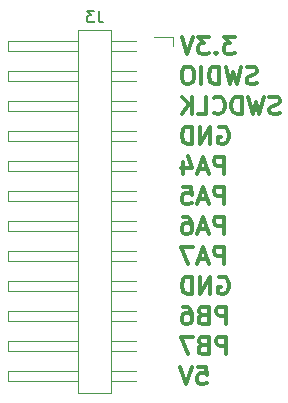
<source format=gbo>
G04 #@! TF.GenerationSoftware,KiCad,Pcbnew,5.0.2+dfsg1-1*
G04 #@! TF.CreationDate,2020-12-03T00:06:01+01:00*
G04 #@! TF.ProjectId,right,72696768-742e-46b6-9963-61645f706362,rev?*
G04 #@! TF.SameCoordinates,Original*
G04 #@! TF.FileFunction,Legend,Bot*
G04 #@! TF.FilePolarity,Positive*
%FSLAX46Y46*%
G04 Gerber Fmt 4.6, Leading zero omitted, Abs format (unit mm)*
G04 Created by KiCad (PCBNEW 5.0.2+dfsg1-1) date jeu. 03 déc. 2020 00:06:01 CET*
%MOMM*%
%LPD*%
G01*
G04 APERTURE LIST*
%ADD10C,0.300000*%
%ADD11C,0.120000*%
%ADD12C,0.150000*%
%ADD13C,2.302000*%
%ADD14C,4.102000*%
%ADD15C,2.002000*%
%ADD16C,1.802000*%
%ADD17O,1.702000X2.102000*%
%ADD18C,0.902000*%
%ADD19R,2.602000X1.102000*%
%ADD20O,1.102000X1.702000*%
%ADD21C,0.752000*%
%ADD22O,1.102000X2.202000*%
G04 APERTURE END LIST*
D10*
X86927857Y-107890571D02*
X87642142Y-107890571D01*
X87713571Y-108604857D01*
X87642142Y-108533428D01*
X87499285Y-108462000D01*
X87142142Y-108462000D01*
X86999285Y-108533428D01*
X86927857Y-108604857D01*
X86856428Y-108747714D01*
X86856428Y-109104857D01*
X86927857Y-109247714D01*
X86999285Y-109319142D01*
X87142142Y-109390571D01*
X87499285Y-109390571D01*
X87642142Y-109319142D01*
X87713571Y-109247714D01*
X86427857Y-107890571D02*
X85927857Y-109390571D01*
X85427857Y-107890571D01*
X89356428Y-106850571D02*
X89356428Y-105350571D01*
X88785000Y-105350571D01*
X88642142Y-105422000D01*
X88570714Y-105493428D01*
X88499285Y-105636285D01*
X88499285Y-105850571D01*
X88570714Y-105993428D01*
X88642142Y-106064857D01*
X88785000Y-106136285D01*
X89356428Y-106136285D01*
X87356428Y-106064857D02*
X87142142Y-106136285D01*
X87070714Y-106207714D01*
X86999285Y-106350571D01*
X86999285Y-106564857D01*
X87070714Y-106707714D01*
X87142142Y-106779142D01*
X87285000Y-106850571D01*
X87856428Y-106850571D01*
X87856428Y-105350571D01*
X87356428Y-105350571D01*
X87213571Y-105422000D01*
X87142142Y-105493428D01*
X87070714Y-105636285D01*
X87070714Y-105779142D01*
X87142142Y-105922000D01*
X87213571Y-105993428D01*
X87356428Y-106064857D01*
X87856428Y-106064857D01*
X86499285Y-105350571D02*
X85499285Y-105350571D01*
X86142142Y-106850571D01*
X89356428Y-104310571D02*
X89356428Y-102810571D01*
X88785000Y-102810571D01*
X88642142Y-102882000D01*
X88570714Y-102953428D01*
X88499285Y-103096285D01*
X88499285Y-103310571D01*
X88570714Y-103453428D01*
X88642142Y-103524857D01*
X88785000Y-103596285D01*
X89356428Y-103596285D01*
X87356428Y-103524857D02*
X87142142Y-103596285D01*
X87070714Y-103667714D01*
X86999285Y-103810571D01*
X86999285Y-104024857D01*
X87070714Y-104167714D01*
X87142142Y-104239142D01*
X87285000Y-104310571D01*
X87856428Y-104310571D01*
X87856428Y-102810571D01*
X87356428Y-102810571D01*
X87213571Y-102882000D01*
X87142142Y-102953428D01*
X87070714Y-103096285D01*
X87070714Y-103239142D01*
X87142142Y-103382000D01*
X87213571Y-103453428D01*
X87356428Y-103524857D01*
X87856428Y-103524857D01*
X85713571Y-102810571D02*
X85999285Y-102810571D01*
X86142142Y-102882000D01*
X86213571Y-102953428D01*
X86356428Y-103167714D01*
X86427857Y-103453428D01*
X86427857Y-104024857D01*
X86356428Y-104167714D01*
X86285000Y-104239142D01*
X86142142Y-104310571D01*
X85856428Y-104310571D01*
X85713571Y-104239142D01*
X85642142Y-104167714D01*
X85570714Y-104024857D01*
X85570714Y-103667714D01*
X85642142Y-103524857D01*
X85713571Y-103453428D01*
X85856428Y-103382000D01*
X86142142Y-103382000D01*
X86285000Y-103453428D01*
X86356428Y-103524857D01*
X86427857Y-103667714D01*
X88713571Y-100342000D02*
X88856428Y-100270571D01*
X89070714Y-100270571D01*
X89285000Y-100342000D01*
X89427857Y-100484857D01*
X89499285Y-100627714D01*
X89570714Y-100913428D01*
X89570714Y-101127714D01*
X89499285Y-101413428D01*
X89427857Y-101556285D01*
X89285000Y-101699142D01*
X89070714Y-101770571D01*
X88927857Y-101770571D01*
X88713571Y-101699142D01*
X88642142Y-101627714D01*
X88642142Y-101127714D01*
X88927857Y-101127714D01*
X87999285Y-101770571D02*
X87999285Y-100270571D01*
X87142142Y-101770571D01*
X87142142Y-100270571D01*
X86427857Y-101770571D02*
X86427857Y-100270571D01*
X86070714Y-100270571D01*
X85856428Y-100342000D01*
X85713571Y-100484857D01*
X85642142Y-100627714D01*
X85570714Y-100913428D01*
X85570714Y-101127714D01*
X85642142Y-101413428D01*
X85713571Y-101556285D01*
X85856428Y-101699142D01*
X86070714Y-101770571D01*
X86427857Y-101770571D01*
X89142142Y-99230571D02*
X89142142Y-97730571D01*
X88570714Y-97730571D01*
X88427857Y-97802000D01*
X88356428Y-97873428D01*
X88285000Y-98016285D01*
X88285000Y-98230571D01*
X88356428Y-98373428D01*
X88427857Y-98444857D01*
X88570714Y-98516285D01*
X89142142Y-98516285D01*
X87713571Y-98802000D02*
X86999285Y-98802000D01*
X87856428Y-99230571D02*
X87356428Y-97730571D01*
X86856428Y-99230571D01*
X86499285Y-97730571D02*
X85499285Y-97730571D01*
X86142142Y-99230571D01*
X89142142Y-96690571D02*
X89142142Y-95190571D01*
X88570714Y-95190571D01*
X88427857Y-95262000D01*
X88356428Y-95333428D01*
X88285000Y-95476285D01*
X88285000Y-95690571D01*
X88356428Y-95833428D01*
X88427857Y-95904857D01*
X88570714Y-95976285D01*
X89142142Y-95976285D01*
X87713571Y-96262000D02*
X86999285Y-96262000D01*
X87856428Y-96690571D02*
X87356428Y-95190571D01*
X86856428Y-96690571D01*
X85713571Y-95190571D02*
X85999285Y-95190571D01*
X86142142Y-95262000D01*
X86213571Y-95333428D01*
X86356428Y-95547714D01*
X86427857Y-95833428D01*
X86427857Y-96404857D01*
X86356428Y-96547714D01*
X86285000Y-96619142D01*
X86142142Y-96690571D01*
X85856428Y-96690571D01*
X85713571Y-96619142D01*
X85642142Y-96547714D01*
X85570714Y-96404857D01*
X85570714Y-96047714D01*
X85642142Y-95904857D01*
X85713571Y-95833428D01*
X85856428Y-95762000D01*
X86142142Y-95762000D01*
X86285000Y-95833428D01*
X86356428Y-95904857D01*
X86427857Y-96047714D01*
X89142142Y-94150571D02*
X89142142Y-92650571D01*
X88570714Y-92650571D01*
X88427857Y-92722000D01*
X88356428Y-92793428D01*
X88285000Y-92936285D01*
X88285000Y-93150571D01*
X88356428Y-93293428D01*
X88427857Y-93364857D01*
X88570714Y-93436285D01*
X89142142Y-93436285D01*
X87713571Y-93722000D02*
X86999285Y-93722000D01*
X87856428Y-94150571D02*
X87356428Y-92650571D01*
X86856428Y-94150571D01*
X85642142Y-92650571D02*
X86356428Y-92650571D01*
X86427857Y-93364857D01*
X86356428Y-93293428D01*
X86213571Y-93222000D01*
X85856428Y-93222000D01*
X85713571Y-93293428D01*
X85642142Y-93364857D01*
X85570714Y-93507714D01*
X85570714Y-93864857D01*
X85642142Y-94007714D01*
X85713571Y-94079142D01*
X85856428Y-94150571D01*
X86213571Y-94150571D01*
X86356428Y-94079142D01*
X86427857Y-94007714D01*
X89142142Y-91610571D02*
X89142142Y-90110571D01*
X88570714Y-90110571D01*
X88427857Y-90182000D01*
X88356428Y-90253428D01*
X88285000Y-90396285D01*
X88285000Y-90610571D01*
X88356428Y-90753428D01*
X88427857Y-90824857D01*
X88570714Y-90896285D01*
X89142142Y-90896285D01*
X87713571Y-91182000D02*
X86999285Y-91182000D01*
X87856428Y-91610571D02*
X87356428Y-90110571D01*
X86856428Y-91610571D01*
X85713571Y-90610571D02*
X85713571Y-91610571D01*
X86070714Y-90039142D02*
X86427857Y-91110571D01*
X85499285Y-91110571D01*
X88713571Y-87642000D02*
X88856428Y-87570571D01*
X89070714Y-87570571D01*
X89285000Y-87642000D01*
X89427857Y-87784857D01*
X89499285Y-87927714D01*
X89570714Y-88213428D01*
X89570714Y-88427714D01*
X89499285Y-88713428D01*
X89427857Y-88856285D01*
X89285000Y-88999142D01*
X89070714Y-89070571D01*
X88927857Y-89070571D01*
X88713571Y-88999142D01*
X88642142Y-88927714D01*
X88642142Y-88427714D01*
X88927857Y-88427714D01*
X87999285Y-89070571D02*
X87999285Y-87570571D01*
X87142142Y-89070571D01*
X87142142Y-87570571D01*
X86427857Y-89070571D02*
X86427857Y-87570571D01*
X86070714Y-87570571D01*
X85856428Y-87642000D01*
X85713571Y-87784857D01*
X85642142Y-87927714D01*
X85570714Y-88213428D01*
X85570714Y-88427714D01*
X85642142Y-88713428D01*
X85713571Y-88856285D01*
X85856428Y-88999142D01*
X86070714Y-89070571D01*
X86427857Y-89070571D01*
X93856428Y-86459142D02*
X93642142Y-86530571D01*
X93285000Y-86530571D01*
X93142142Y-86459142D01*
X93070714Y-86387714D01*
X92999285Y-86244857D01*
X92999285Y-86102000D01*
X93070714Y-85959142D01*
X93142142Y-85887714D01*
X93285000Y-85816285D01*
X93570714Y-85744857D01*
X93713571Y-85673428D01*
X93785000Y-85602000D01*
X93856428Y-85459142D01*
X93856428Y-85316285D01*
X93785000Y-85173428D01*
X93713571Y-85102000D01*
X93570714Y-85030571D01*
X93213571Y-85030571D01*
X92999285Y-85102000D01*
X92499285Y-85030571D02*
X92142142Y-86530571D01*
X91856428Y-85459142D01*
X91570714Y-86530571D01*
X91213571Y-85030571D01*
X90642142Y-86530571D02*
X90642142Y-85030571D01*
X90285000Y-85030571D01*
X90070714Y-85102000D01*
X89927857Y-85244857D01*
X89856428Y-85387714D01*
X89785000Y-85673428D01*
X89785000Y-85887714D01*
X89856428Y-86173428D01*
X89927857Y-86316285D01*
X90070714Y-86459142D01*
X90285000Y-86530571D01*
X90642142Y-86530571D01*
X88285000Y-86387714D02*
X88356428Y-86459142D01*
X88570714Y-86530571D01*
X88713571Y-86530571D01*
X88927857Y-86459142D01*
X89070714Y-86316285D01*
X89142142Y-86173428D01*
X89213571Y-85887714D01*
X89213571Y-85673428D01*
X89142142Y-85387714D01*
X89070714Y-85244857D01*
X88927857Y-85102000D01*
X88713571Y-85030571D01*
X88570714Y-85030571D01*
X88356428Y-85102000D01*
X88285000Y-85173428D01*
X86927857Y-86530571D02*
X87642142Y-86530571D01*
X87642142Y-85030571D01*
X86427857Y-86530571D02*
X86427857Y-85030571D01*
X85570714Y-86530571D02*
X86213571Y-85673428D01*
X85570714Y-85030571D02*
X86427857Y-85887714D01*
X91927857Y-83919142D02*
X91713571Y-83990571D01*
X91356428Y-83990571D01*
X91213571Y-83919142D01*
X91142142Y-83847714D01*
X91070714Y-83704857D01*
X91070714Y-83562000D01*
X91142142Y-83419142D01*
X91213571Y-83347714D01*
X91356428Y-83276285D01*
X91642142Y-83204857D01*
X91785000Y-83133428D01*
X91856428Y-83062000D01*
X91927857Y-82919142D01*
X91927857Y-82776285D01*
X91856428Y-82633428D01*
X91785000Y-82562000D01*
X91642142Y-82490571D01*
X91285000Y-82490571D01*
X91070714Y-82562000D01*
X90570714Y-82490571D02*
X90213571Y-83990571D01*
X89927857Y-82919142D01*
X89642142Y-83990571D01*
X89285000Y-82490571D01*
X88713571Y-83990571D02*
X88713571Y-82490571D01*
X88356428Y-82490571D01*
X88142142Y-82562000D01*
X87999285Y-82704857D01*
X87927857Y-82847714D01*
X87856428Y-83133428D01*
X87856428Y-83347714D01*
X87927857Y-83633428D01*
X87999285Y-83776285D01*
X88142142Y-83919142D01*
X88356428Y-83990571D01*
X88713571Y-83990571D01*
X87213571Y-83990571D02*
X87213571Y-82490571D01*
X86213571Y-82490571D02*
X85927857Y-82490571D01*
X85785000Y-82562000D01*
X85642142Y-82704857D01*
X85570714Y-82990571D01*
X85570714Y-83490571D01*
X85642142Y-83776285D01*
X85785000Y-83919142D01*
X85927857Y-83990571D01*
X86213571Y-83990571D01*
X86356428Y-83919142D01*
X86499285Y-83776285D01*
X86570714Y-83490571D01*
X86570714Y-82990571D01*
X86499285Y-82704857D01*
X86356428Y-82562000D01*
X86213571Y-82490571D01*
X90054857Y-79950571D02*
X89126285Y-79950571D01*
X89626285Y-80522000D01*
X89412000Y-80522000D01*
X89269142Y-80593428D01*
X89197714Y-80664857D01*
X89126285Y-80807714D01*
X89126285Y-81164857D01*
X89197714Y-81307714D01*
X89269142Y-81379142D01*
X89412000Y-81450571D01*
X89840571Y-81450571D01*
X89983428Y-81379142D01*
X90054857Y-81307714D01*
X88483428Y-81307714D02*
X88412000Y-81379142D01*
X88483428Y-81450571D01*
X88554857Y-81379142D01*
X88483428Y-81307714D01*
X88483428Y-81450571D01*
X87912000Y-79950571D02*
X86983428Y-79950571D01*
X87483428Y-80522000D01*
X87269142Y-80522000D01*
X87126285Y-80593428D01*
X87054857Y-80664857D01*
X86983428Y-80807714D01*
X86983428Y-81164857D01*
X87054857Y-81307714D01*
X87126285Y-81379142D01*
X87269142Y-81450571D01*
X87697714Y-81450571D01*
X87840571Y-81379142D01*
X87912000Y-81307714D01*
X86554857Y-79950571D02*
X86054857Y-81450571D01*
X85554857Y-79950571D01*
D11*
G04 #@! TO.C,J3*
X79569000Y-79382000D02*
X76829000Y-79382000D01*
X76829000Y-79382000D02*
X76829000Y-110102000D01*
X76829000Y-110102000D02*
X79569000Y-110102000D01*
X79569000Y-110102000D02*
X79569000Y-79382000D01*
X81679000Y-80332000D02*
X79569000Y-80332000D01*
X81679000Y-81212000D02*
X79569000Y-81212000D01*
X76829000Y-80332000D02*
X70829000Y-80332000D01*
X70829000Y-80332000D02*
X70829000Y-81212000D01*
X70829000Y-81212000D02*
X76829000Y-81212000D01*
X81679000Y-82872000D02*
X79569000Y-82872000D01*
X81679000Y-83752000D02*
X79569000Y-83752000D01*
X76829000Y-82872000D02*
X70829000Y-82872000D01*
X70829000Y-82872000D02*
X70829000Y-83752000D01*
X70829000Y-83752000D02*
X76829000Y-83752000D01*
X81679000Y-85412000D02*
X79569000Y-85412000D01*
X81679000Y-86292000D02*
X79569000Y-86292000D01*
X76829000Y-85412000D02*
X70829000Y-85412000D01*
X70829000Y-85412000D02*
X70829000Y-86292000D01*
X70829000Y-86292000D02*
X76829000Y-86292000D01*
X81679000Y-87952000D02*
X79569000Y-87952000D01*
X81679000Y-88832000D02*
X79569000Y-88832000D01*
X76829000Y-87952000D02*
X70829000Y-87952000D01*
X70829000Y-87952000D02*
X70829000Y-88832000D01*
X70829000Y-88832000D02*
X76829000Y-88832000D01*
X81679000Y-90492000D02*
X79569000Y-90492000D01*
X81679000Y-91372000D02*
X79569000Y-91372000D01*
X76829000Y-90492000D02*
X70829000Y-90492000D01*
X70829000Y-90492000D02*
X70829000Y-91372000D01*
X70829000Y-91372000D02*
X76829000Y-91372000D01*
X81679000Y-93032000D02*
X79569000Y-93032000D01*
X81679000Y-93912000D02*
X79569000Y-93912000D01*
X76829000Y-93032000D02*
X70829000Y-93032000D01*
X70829000Y-93032000D02*
X70829000Y-93912000D01*
X70829000Y-93912000D02*
X76829000Y-93912000D01*
X81679000Y-95572000D02*
X79569000Y-95572000D01*
X81679000Y-96452000D02*
X79569000Y-96452000D01*
X76829000Y-95572000D02*
X70829000Y-95572000D01*
X70829000Y-95572000D02*
X70829000Y-96452000D01*
X70829000Y-96452000D02*
X76829000Y-96452000D01*
X81679000Y-98112000D02*
X79569000Y-98112000D01*
X81679000Y-98992000D02*
X79569000Y-98992000D01*
X76829000Y-98112000D02*
X70829000Y-98112000D01*
X70829000Y-98112000D02*
X70829000Y-98992000D01*
X70829000Y-98992000D02*
X76829000Y-98992000D01*
X81679000Y-100652000D02*
X79569000Y-100652000D01*
X81679000Y-101532000D02*
X79569000Y-101532000D01*
X76829000Y-100652000D02*
X70829000Y-100652000D01*
X70829000Y-100652000D02*
X70829000Y-101532000D01*
X70829000Y-101532000D02*
X76829000Y-101532000D01*
X81679000Y-103192000D02*
X79569000Y-103192000D01*
X81679000Y-104072000D02*
X79569000Y-104072000D01*
X76829000Y-103192000D02*
X70829000Y-103192000D01*
X70829000Y-103192000D02*
X70829000Y-104072000D01*
X70829000Y-104072000D02*
X76829000Y-104072000D01*
X81679000Y-105732000D02*
X79569000Y-105732000D01*
X81679000Y-106612000D02*
X79569000Y-106612000D01*
X76829000Y-105732000D02*
X70829000Y-105732000D01*
X70829000Y-105732000D02*
X70829000Y-106612000D01*
X70829000Y-106612000D02*
X76829000Y-106612000D01*
X81679000Y-108272000D02*
X79569000Y-108272000D01*
X81679000Y-109152000D02*
X79569000Y-109152000D01*
X76829000Y-108272000D02*
X70829000Y-108272000D01*
X70829000Y-108272000D02*
X70829000Y-109152000D01*
X70829000Y-109152000D02*
X76829000Y-109152000D01*
X84819000Y-80772000D02*
X84819000Y-79952000D01*
X84819000Y-79952000D02*
X83249000Y-79952000D01*
D12*
X78537333Y-77754380D02*
X78537333Y-78468666D01*
X78584952Y-78611523D01*
X78680190Y-78706761D01*
X78823047Y-78754380D01*
X78918285Y-78754380D01*
X78156380Y-77754380D02*
X77537333Y-77754380D01*
X77870666Y-78135333D01*
X77727809Y-78135333D01*
X77632571Y-78182952D01*
X77584952Y-78230571D01*
X77537333Y-78325809D01*
X77537333Y-78563904D01*
X77584952Y-78659142D01*
X77632571Y-78706761D01*
X77727809Y-78754380D01*
X78013523Y-78754380D01*
X78108761Y-78706761D01*
X78156380Y-78659142D01*
G04 #@! TD*
%LPC*%
D13*
G04 #@! TO.C,SW12*
X117114000Y-70522000D03*
D14*
X112014000Y-74422000D03*
D15*
X106514000Y-74422000D03*
X117514000Y-74422000D03*
D13*
X112014000Y-68522000D03*
X114554000Y-69342000D03*
X108204000Y-71882000D03*
D16*
X117094000Y-74422000D03*
X106934000Y-74422000D03*
G04 #@! TD*
G04 #@! TO.C,SW15*
X94386733Y-138918685D03*
X103479267Y-134385315D03*
D13*
X94389958Y-136078880D03*
X98939448Y-130972391D03*
X96300433Y-131371887D03*
D15*
X103855139Y-134197912D03*
X94010861Y-139106088D03*
D14*
X98933000Y-136652000D03*
D13*
X101756994Y-130886147D03*
G04 #@! TD*
G04 #@! TO.C,SW3*
X212364000Y-80682000D03*
D14*
X207264000Y-84582000D03*
D15*
X201764000Y-84582000D03*
X212764000Y-84582000D03*
D13*
X207264000Y-78682000D03*
X209804000Y-79502000D03*
X203454000Y-82042000D03*
D16*
X212344000Y-84582000D03*
X202184000Y-84582000D03*
G04 #@! TD*
G04 #@! TO.C,SW4*
X202184000Y-103632000D03*
X212344000Y-103632000D03*
D13*
X203454000Y-101092000D03*
X209804000Y-98552000D03*
X207264000Y-97732000D03*
D15*
X212764000Y-103632000D03*
X201764000Y-103632000D03*
D14*
X207264000Y-103632000D03*
D13*
X212364000Y-99732000D03*
G04 #@! TD*
G04 #@! TO.C,SW5*
X212364000Y-118782000D03*
D14*
X207264000Y-122682000D03*
D15*
X201764000Y-122682000D03*
X212764000Y-122682000D03*
D13*
X207264000Y-116782000D03*
X209804000Y-117602000D03*
X203454000Y-120142000D03*
D16*
X212344000Y-122682000D03*
X202184000Y-122682000D03*
G04 #@! TD*
G04 #@! TO.C,SW7*
X164084000Y-71882000D03*
X174244000Y-71882000D03*
D13*
X165354000Y-69342000D03*
X171704000Y-66802000D03*
X169164000Y-65982000D03*
D15*
X174664000Y-71882000D03*
X163664000Y-71882000D03*
D14*
X169164000Y-71882000D03*
D13*
X174264000Y-67982000D03*
G04 #@! TD*
G04 #@! TO.C,SW13*
X117114000Y-89572000D03*
D14*
X112014000Y-93472000D03*
D15*
X106514000Y-93472000D03*
X117514000Y-93472000D03*
D13*
X112014000Y-87572000D03*
X114554000Y-88392000D03*
X108204000Y-90932000D03*
D16*
X117094000Y-93472000D03*
X106934000Y-93472000D03*
G04 #@! TD*
G04 #@! TO.C,SW8*
X164084000Y-90932000D03*
X174244000Y-90932000D03*
D13*
X165354000Y-88392000D03*
X171704000Y-85852000D03*
X169164000Y-85032000D03*
D15*
X174664000Y-90932000D03*
X163664000Y-90932000D03*
D14*
X169164000Y-90932000D03*
D13*
X174264000Y-87032000D03*
G04 #@! TD*
G04 #@! TO.C,SW9*
X174264000Y-106082000D03*
D14*
X169164000Y-109982000D03*
D15*
X163664000Y-109982000D03*
X174664000Y-109982000D03*
D13*
X169164000Y-104082000D03*
X171704000Y-104902000D03*
X165354000Y-107442000D03*
D16*
X174244000Y-109982000D03*
X164084000Y-109982000D03*
G04 #@! TD*
G04 #@! TO.C,SW10*
X154559000Y-129032000D03*
X164719000Y-129032000D03*
D13*
X155829000Y-126492000D03*
X162179000Y-123952000D03*
X159639000Y-123132000D03*
D15*
X165139000Y-129032000D03*
X154139000Y-129032000D03*
D14*
X159639000Y-129032000D03*
D13*
X164739000Y-125132000D03*
G04 #@! TD*
D16*
G04 #@! TO.C,SW14*
X106934000Y-112522000D03*
X117094000Y-112522000D03*
D13*
X108204000Y-109982000D03*
X114554000Y-107442000D03*
X112014000Y-106622000D03*
D15*
X117514000Y-112522000D03*
X106514000Y-112522000D03*
D14*
X112014000Y-112522000D03*
D13*
X117114000Y-108622000D03*
G04 #@! TD*
G04 #@! TO.C,SW17*
X193314000Y-78142000D03*
D14*
X188214000Y-82042000D03*
D15*
X182714000Y-82042000D03*
X193714000Y-82042000D03*
D13*
X188214000Y-76142000D03*
X190754000Y-76962000D03*
X184404000Y-79502000D03*
D16*
X193294000Y-82042000D03*
X183134000Y-82042000D03*
G04 #@! TD*
G04 #@! TO.C,SW18*
X183134000Y-101092000D03*
X193294000Y-101092000D03*
D13*
X184404000Y-98552000D03*
X190754000Y-96012000D03*
X188214000Y-95192000D03*
D15*
X193714000Y-101092000D03*
X182714000Y-101092000D03*
D14*
X188214000Y-101092000D03*
D13*
X193314000Y-97192000D03*
G04 #@! TD*
G04 #@! TO.C,SW19*
X193314000Y-116242000D03*
D14*
X188214000Y-120142000D03*
D15*
X182714000Y-120142000D03*
X193714000Y-120142000D03*
D13*
X188214000Y-114242000D03*
X190754000Y-115062000D03*
X184404000Y-117602000D03*
D16*
X193294000Y-120142000D03*
X183134000Y-120142000D03*
G04 #@! TD*
G04 #@! TO.C,SW21*
X145034000Y-69342000D03*
X155194000Y-69342000D03*
D13*
X146304000Y-66802000D03*
X152654000Y-64262000D03*
X150114000Y-63442000D03*
D15*
X155614000Y-69342000D03*
X144614000Y-69342000D03*
D14*
X150114000Y-69342000D03*
D13*
X155214000Y-65442000D03*
G04 #@! TD*
G04 #@! TO.C,SW22*
X155214000Y-84492000D03*
D14*
X150114000Y-88392000D03*
D15*
X144614000Y-88392000D03*
X155614000Y-88392000D03*
D13*
X150114000Y-82492000D03*
X152654000Y-83312000D03*
X146304000Y-85852000D03*
D16*
X155194000Y-88392000D03*
X145034000Y-88392000D03*
G04 #@! TD*
G04 #@! TO.C,SW23*
X145034000Y-107442000D03*
X155194000Y-107442000D03*
D13*
X146304000Y-104902000D03*
X152654000Y-102362000D03*
X150114000Y-101542000D03*
D15*
X155614000Y-107442000D03*
X144614000Y-107442000D03*
D14*
X150114000Y-107442000D03*
D13*
X155214000Y-103542000D03*
G04 #@! TD*
G04 #@! TO.C,SW31*
X136164000Y-67982000D03*
D14*
X131064000Y-71882000D03*
D15*
X125564000Y-71882000D03*
X136564000Y-71882000D03*
D13*
X131064000Y-65982000D03*
X133604000Y-66802000D03*
X127254000Y-69342000D03*
D16*
X136144000Y-71882000D03*
X125984000Y-71882000D03*
G04 #@! TD*
G04 #@! TO.C,SW32*
X125984000Y-90932000D03*
X136144000Y-90932000D03*
D13*
X127254000Y-88392000D03*
X133604000Y-85852000D03*
X131064000Y-85032000D03*
D15*
X136564000Y-90932000D03*
X125564000Y-90932000D03*
D14*
X131064000Y-90932000D03*
D13*
X136164000Y-87032000D03*
G04 #@! TD*
G04 #@! TO.C,SW33*
X136164000Y-106082000D03*
D14*
X131064000Y-109982000D03*
D15*
X125564000Y-109982000D03*
X136564000Y-109982000D03*
D13*
X131064000Y-104082000D03*
X133604000Y-104902000D03*
X127254000Y-107442000D03*
D16*
X136144000Y-109982000D03*
X125984000Y-109982000D03*
G04 #@! TD*
G04 #@! TO.C,SW34*
X116459000Y-131572000D03*
X126619000Y-131572000D03*
D13*
X117729000Y-129032000D03*
X124079000Y-126492000D03*
X121539000Y-125672000D03*
D15*
X127039000Y-131572000D03*
X116039000Y-131572000D03*
D14*
X121539000Y-131572000D03*
D13*
X126639000Y-127672000D03*
G04 #@! TD*
G04 #@! TO.C,SW24*
X145689000Y-125132000D03*
D14*
X140589000Y-129032000D03*
D15*
X135089000Y-129032000D03*
X146089000Y-129032000D03*
D13*
X140589000Y-123132000D03*
X143129000Y-123952000D03*
X136779000Y-126492000D03*
D16*
X145669000Y-129032000D03*
X135509000Y-129032000D03*
G04 #@! TD*
D17*
G04 #@! TO.C,J2*
X81901000Y-77467000D03*
X86501000Y-76367000D03*
X86501000Y-69367000D03*
D18*
X84201000Y-74767000D03*
X84201000Y-67767000D03*
D17*
X86501000Y-72367000D03*
G04 #@! TD*
D19*
G04 #@! TO.C,J3*
X83249000Y-80772000D03*
X83249000Y-83312000D03*
X83249000Y-85852000D03*
X83249000Y-88392000D03*
X83249000Y-90932000D03*
X83249000Y-93472000D03*
X83249000Y-96012000D03*
X83249000Y-98552000D03*
X83249000Y-101092000D03*
X83249000Y-103632000D03*
X83249000Y-106172000D03*
X83249000Y-108712000D03*
G04 #@! TD*
D20*
G04 #@! TO.C,J1*
X92454000Y-67657000D03*
D21*
X93884000Y-71307000D03*
D20*
X101094000Y-67657000D03*
D21*
X99664000Y-71307000D03*
D22*
X101094000Y-71837000D03*
X92454000Y-71837000D03*
G04 #@! TD*
M02*

</source>
